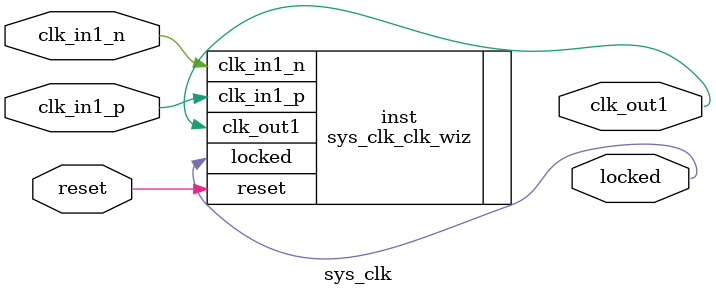
<source format=v>


`timescale 1ps/1ps

(* CORE_GENERATION_INFO = "sys_clk,clk_wiz_v6_0_2_0_0,{component_name=sys_clk,use_phase_alignment=true,use_min_o_jitter=false,use_max_i_jitter=false,use_dyn_phase_shift=false,use_inclk_switchover=false,use_dyn_reconfig=false,enable_axi=0,feedback_source=FDBK_AUTO,PRIMITIVE=MMCM,num_out_clk=1,clkin1_period=10.000,clkin2_period=10.000,use_power_down=false,use_reset=true,use_locked=true,use_inclk_stopped=false,feedback_type=SINGLE,CLOCK_MGR_TYPE=NA,manual_override=false}" *)

module sys_clk 
 (
  // Clock out ports
  output        clk_out1,
  // Status and control signals
  input         reset,
  output        locked,
 // Clock in ports
  input         clk_in1_p,
  input         clk_in1_n
 );

  sys_clk_clk_wiz inst
  (
  // Clock out ports  
  .clk_out1(clk_out1),
  // Status and control signals               
  .reset(reset), 
  .locked(locked),
 // Clock in ports
  .clk_in1_p(clk_in1_p),
  .clk_in1_n(clk_in1_n)
  );

endmodule

</source>
